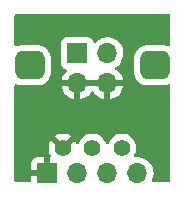
<source format=gbr>
%TF.GenerationSoftware,KiCad,Pcbnew,(6.0.2-0)*%
%TF.CreationDate,2022-02-24T16:38:30+09:00*%
%TF.ProjectId,PodForBreadboard,506f6446-6f72-4427-9265-6164626f6172,rev?*%
%TF.SameCoordinates,Original*%
%TF.FileFunction,Copper,L2,Bot*%
%TF.FilePolarity,Positive*%
%FSLAX46Y46*%
G04 Gerber Fmt 4.6, Leading zero omitted, Abs format (unit mm)*
G04 Created by KiCad (PCBNEW (6.0.2-0)) date 2022-02-24 16:38:30*
%MOMM*%
%LPD*%
G01*
G04 APERTURE LIST*
G04 Aperture macros list*
%AMRoundRect*
0 Rectangle with rounded corners*
0 $1 Rounding radius*
0 $2 $3 $4 $5 $6 $7 $8 $9 X,Y pos of 4 corners*
0 Add a 4 corners polygon primitive as box body*
4,1,4,$2,$3,$4,$5,$6,$7,$8,$9,$2,$3,0*
0 Add four circle primitives for the rounded corners*
1,1,$1+$1,$2,$3*
1,1,$1+$1,$4,$5*
1,1,$1+$1,$6,$7*
1,1,$1+$1,$8,$9*
0 Add four rect primitives between the rounded corners*
20,1,$1+$1,$2,$3,$4,$5,0*
20,1,$1+$1,$4,$5,$6,$7,0*
20,1,$1+$1,$6,$7,$8,$9,0*
20,1,$1+$1,$8,$9,$2,$3,0*%
G04 Aperture macros list end*
%TA.AperFunction,ComponentPad*%
%ADD10RoundRect,0.600000X0.650000X-0.600000X0.650000X0.600000X-0.650000X0.600000X-0.650000X-0.600000X0*%
%TD*%
%TA.AperFunction,ComponentPad*%
%ADD11C,1.400000*%
%TD*%
%TA.AperFunction,ComponentPad*%
%ADD12R,1.700000X1.700000*%
%TD*%
%TA.AperFunction,ComponentPad*%
%ADD13O,1.700000X1.700000*%
%TD*%
G04 APERTURE END LIST*
D10*
%TO.P,RV1,*%
%TO.N,*%
X102650000Y-60706000D03*
X113250000Y-60706000D03*
D11*
%TO.P,RV1,1,1*%
%TO.N,GND*%
X105450000Y-67706000D03*
%TO.P,RV1,2,2*%
%TO.N,/2*%
X107950000Y-67706000D03*
%TO.P,RV1,3,3*%
%TO.N,VDD*%
X110450000Y-67706000D03*
%TD*%
D12*
%TO.P,J1,1,Pin_1*%
%TO.N,VDD*%
X106675000Y-59690000D03*
D13*
%TO.P,J1,2,Pin_2*%
%TO.N,GND*%
X106675000Y-62230000D03*
%TO.P,J1,3,Pin_3*%
%TO.N,VDD*%
X109215000Y-59690000D03*
%TO.P,J1,4,Pin_4*%
%TO.N,GND*%
X109215000Y-62230000D03*
%TD*%
D12*
%TO.P,J2,1,Pin_1*%
%TO.N,GND*%
X104140000Y-69850000D03*
D13*
%TO.P,J2,2,Pin_2*%
%TO.N,/2*%
X106680000Y-69850000D03*
%TO.P,J2,3,Pin_3*%
X109220000Y-69850000D03*
%TO.P,J2,4,Pin_4*%
%TO.N,VDD*%
X111760000Y-69850000D03*
%TD*%
%TA.AperFunction,Conductor*%
%TO.N,GND*%
G36*
X114496121Y-56408002D02*
G01*
X114542614Y-56461658D01*
X114554000Y-56514000D01*
X114554000Y-58989139D01*
X114533998Y-59057260D01*
X114480342Y-59103753D01*
X114410068Y-59113857D01*
X114378467Y-59104994D01*
X114238554Y-59045171D01*
X114031848Y-59000291D01*
X114024301Y-58999843D01*
X113986727Y-58997610D01*
X113986714Y-58997610D01*
X113984869Y-58997500D01*
X113267576Y-58997500D01*
X112515132Y-58997501D01*
X112513195Y-58997621D01*
X112513185Y-58997621D01*
X112482818Y-58999498D01*
X112466223Y-59000523D01*
X112461490Y-59001559D01*
X112461485Y-59001560D01*
X112279106Y-59041492D01*
X112259595Y-59045764D01*
X112065251Y-59129261D01*
X112060291Y-59132625D01*
X112060290Y-59132626D01*
X111896978Y-59243405D01*
X111890202Y-59248001D01*
X111740764Y-59397700D01*
X111737407Y-59402667D01*
X111737405Y-59402670D01*
X111625689Y-59567984D01*
X111625686Y-59567989D01*
X111622329Y-59572957D01*
X111539171Y-59767446D01*
X111494291Y-59974152D01*
X111494002Y-59979017D01*
X111491616Y-60019185D01*
X111491500Y-60021131D01*
X111491501Y-61390868D01*
X111494523Y-61439777D01*
X111495559Y-61444510D01*
X111495560Y-61444515D01*
X111519236Y-61552649D01*
X111539764Y-61646405D01*
X111623261Y-61840749D01*
X111626625Y-61845709D01*
X111626626Y-61845710D01*
X111737614Y-62009330D01*
X111742001Y-62015798D01*
X111891700Y-62165236D01*
X111896667Y-62168593D01*
X111896670Y-62168595D01*
X112061984Y-62280311D01*
X112061989Y-62280314D01*
X112066957Y-62283671D01*
X112072473Y-62286030D01*
X112072474Y-62286030D01*
X112121535Y-62307007D01*
X112261446Y-62366829D01*
X112468152Y-62411709D01*
X112473017Y-62411998D01*
X112513273Y-62414390D01*
X112513286Y-62414390D01*
X112515131Y-62414500D01*
X113232424Y-62414500D01*
X113984868Y-62414499D01*
X113986805Y-62414379D01*
X113986815Y-62414379D01*
X114017182Y-62412502D01*
X114033777Y-62411477D01*
X114038510Y-62410441D01*
X114038515Y-62410440D01*
X114234550Y-62367518D01*
X114234551Y-62367518D01*
X114240405Y-62366236D01*
X114378261Y-62307008D01*
X114448747Y-62298496D01*
X114512644Y-62329441D01*
X114549668Y-62390020D01*
X114554000Y-62422776D01*
X114554000Y-70486000D01*
X114533998Y-70554121D01*
X114480342Y-70600614D01*
X114428000Y-70612000D01*
X113101658Y-70612000D01*
X113033537Y-70591998D01*
X112987044Y-70538342D01*
X112976940Y-70468068D01*
X112988701Y-70430173D01*
X113025136Y-70356452D01*
X113027430Y-70351811D01*
X113092370Y-70138069D01*
X113121529Y-69916590D01*
X113123156Y-69850000D01*
X113104852Y-69627361D01*
X113050431Y-69410702D01*
X112961354Y-69205840D01*
X112840014Y-69018277D01*
X112689670Y-68853051D01*
X112685619Y-68849852D01*
X112685615Y-68849848D01*
X112518414Y-68717800D01*
X112518410Y-68717798D01*
X112514359Y-68714598D01*
X112318789Y-68606638D01*
X112313920Y-68604914D01*
X112313916Y-68604912D01*
X112113087Y-68533795D01*
X112113083Y-68533794D01*
X112108212Y-68532069D01*
X112103119Y-68531162D01*
X112103116Y-68531161D01*
X111893373Y-68493800D01*
X111893367Y-68493799D01*
X111888284Y-68492894D01*
X111814452Y-68491992D01*
X111670081Y-68490228D01*
X111670079Y-68490228D01*
X111664911Y-68490165D01*
X111652919Y-68492000D01*
X111630953Y-68495361D01*
X111560591Y-68485893D01*
X111506517Y-68439887D01*
X111485900Y-68371950D01*
X111501427Y-68312949D01*
X111500589Y-68312558D01*
X111502748Y-68307928D01*
X111586081Y-68129220D01*
X111587633Y-68125892D01*
X111587634Y-68125891D01*
X111589956Y-68120910D01*
X111601849Y-68076527D01*
X111643262Y-67921970D01*
X111643262Y-67921968D01*
X111644686Y-67916655D01*
X111663116Y-67706000D01*
X111644686Y-67495345D01*
X111602007Y-67336066D01*
X111591379Y-67296400D01*
X111591378Y-67296398D01*
X111589956Y-67291090D01*
X111587633Y-67286108D01*
X111502912Y-67104423D01*
X111502910Y-67104420D01*
X111500589Y-67099442D01*
X111379301Y-66926224D01*
X111229776Y-66776699D01*
X111056558Y-66655411D01*
X111051580Y-66653090D01*
X111051577Y-66653088D01*
X110869892Y-66568367D01*
X110869891Y-66568366D01*
X110864910Y-66566044D01*
X110859602Y-66564622D01*
X110859600Y-66564621D01*
X110665970Y-66512738D01*
X110665968Y-66512738D01*
X110660655Y-66511314D01*
X110450000Y-66492884D01*
X110239345Y-66511314D01*
X110234032Y-66512738D01*
X110234030Y-66512738D01*
X110040400Y-66564621D01*
X110040398Y-66564622D01*
X110035090Y-66566044D01*
X110030109Y-66568366D01*
X110030108Y-66568367D01*
X109848423Y-66653088D01*
X109848420Y-66653090D01*
X109843442Y-66655411D01*
X109670224Y-66776699D01*
X109520699Y-66926224D01*
X109399411Y-67099442D01*
X109397090Y-67104420D01*
X109397088Y-67104423D01*
X109314195Y-67282188D01*
X109267278Y-67335473D01*
X109199000Y-67354934D01*
X109131040Y-67334392D01*
X109085805Y-67282188D01*
X109002912Y-67104423D01*
X109002910Y-67104420D01*
X109000589Y-67099442D01*
X108879301Y-66926224D01*
X108729776Y-66776699D01*
X108556558Y-66655411D01*
X108551580Y-66653090D01*
X108551577Y-66653088D01*
X108369892Y-66568367D01*
X108369891Y-66568366D01*
X108364910Y-66566044D01*
X108359602Y-66564622D01*
X108359600Y-66564621D01*
X108165970Y-66512738D01*
X108165968Y-66512738D01*
X108160655Y-66511314D01*
X107950000Y-66492884D01*
X107739345Y-66511314D01*
X107734032Y-66512738D01*
X107734030Y-66512738D01*
X107540400Y-66564621D01*
X107540398Y-66564622D01*
X107535090Y-66566044D01*
X107530109Y-66568366D01*
X107530108Y-66568367D01*
X107348423Y-66653088D01*
X107348420Y-66653090D01*
X107343442Y-66655411D01*
X107170224Y-66776699D01*
X107020699Y-66926224D01*
X106899411Y-67099442D01*
X106814196Y-67282188D01*
X106813919Y-67282781D01*
X106767002Y-67336066D01*
X106698725Y-67355527D01*
X106630765Y-67334985D01*
X106585529Y-67282780D01*
X106502479Y-67104677D01*
X106497001Y-67095189D01*
X106475689Y-67064752D01*
X106465212Y-67056377D01*
X106451764Y-67063446D01*
X105539095Y-67976115D01*
X105476783Y-68010141D01*
X105405968Y-68005076D01*
X105360905Y-67976115D01*
X104447514Y-67062724D01*
X104435739Y-67056294D01*
X104423724Y-67065590D01*
X104402999Y-67095189D01*
X104397521Y-67104677D01*
X104312841Y-67286277D01*
X104309093Y-67296571D01*
X104257231Y-67490122D01*
X104255329Y-67500909D01*
X104237865Y-67700525D01*
X104237865Y-67711475D01*
X104255329Y-67911091D01*
X104257231Y-67921878D01*
X104309093Y-68115429D01*
X104312841Y-68125723D01*
X104397521Y-68307323D01*
X104402999Y-68316812D01*
X104413467Y-68331761D01*
X104436156Y-68399034D01*
X104418872Y-68467895D01*
X104405480Y-68486545D01*
X104395671Y-68497865D01*
X104394000Y-68505548D01*
X104394000Y-69978000D01*
X104373998Y-70046121D01*
X104320342Y-70092614D01*
X104268000Y-70104000D01*
X102800116Y-70104000D01*
X102784877Y-70108475D01*
X102783672Y-70109865D01*
X102782001Y-70117548D01*
X102782001Y-70486000D01*
X102761999Y-70554121D01*
X102708343Y-70600614D01*
X102656001Y-70612000D01*
X101472000Y-70612000D01*
X101403879Y-70591998D01*
X101357386Y-70538342D01*
X101346000Y-70486000D01*
X101346000Y-69577885D01*
X102782000Y-69577885D01*
X102786475Y-69593124D01*
X102787865Y-69594329D01*
X102795548Y-69596000D01*
X103867885Y-69596000D01*
X103883124Y-69591525D01*
X103884329Y-69590135D01*
X103886000Y-69582452D01*
X103886000Y-68510115D01*
X103881525Y-68494876D01*
X103880135Y-68493671D01*
X103872452Y-68492000D01*
X103245331Y-68492001D01*
X103238510Y-68492371D01*
X103187648Y-68497895D01*
X103172396Y-68501521D01*
X103051946Y-68546676D01*
X103036351Y-68555214D01*
X102934276Y-68631715D01*
X102921715Y-68644276D01*
X102845214Y-68746351D01*
X102836676Y-68761946D01*
X102791522Y-68882394D01*
X102787895Y-68897649D01*
X102782369Y-68948514D01*
X102782000Y-68955328D01*
X102782000Y-69577885D01*
X101346000Y-69577885D01*
X101346000Y-66690788D01*
X104800377Y-66690788D01*
X104807446Y-66704236D01*
X105437188Y-67333978D01*
X105451132Y-67341592D01*
X105452965Y-67341461D01*
X105459580Y-67337210D01*
X106093276Y-66703514D01*
X106099706Y-66691739D01*
X106090410Y-66679724D01*
X106060811Y-66658999D01*
X106051323Y-66653521D01*
X105869723Y-66568841D01*
X105859429Y-66565093D01*
X105665878Y-66513231D01*
X105655091Y-66511329D01*
X105455475Y-66493865D01*
X105444525Y-66493865D01*
X105244909Y-66511329D01*
X105234122Y-66513231D01*
X105040571Y-66565093D01*
X105030277Y-66568841D01*
X104848677Y-66653521D01*
X104839189Y-66658999D01*
X104808752Y-66680311D01*
X104800377Y-66690788D01*
X101346000Y-66690788D01*
X101346000Y-62497966D01*
X105343257Y-62497966D01*
X105373565Y-62632446D01*
X105376645Y-62642275D01*
X105456770Y-62839603D01*
X105461413Y-62848794D01*
X105572694Y-63030388D01*
X105578777Y-63038699D01*
X105718213Y-63199667D01*
X105725580Y-63206883D01*
X105889434Y-63342916D01*
X105897881Y-63348831D01*
X106081756Y-63456279D01*
X106091042Y-63460729D01*
X106290001Y-63536703D01*
X106299899Y-63539579D01*
X106403250Y-63560606D01*
X106417299Y-63559410D01*
X106421000Y-63549065D01*
X106421000Y-63548517D01*
X106929000Y-63548517D01*
X106933064Y-63562359D01*
X106946478Y-63564393D01*
X106953184Y-63563534D01*
X106963262Y-63561392D01*
X107167255Y-63500191D01*
X107176842Y-63496433D01*
X107368095Y-63402739D01*
X107376945Y-63397464D01*
X107550328Y-63273792D01*
X107558200Y-63267139D01*
X107709052Y-63116812D01*
X107715730Y-63108965D01*
X107843022Y-62931819D01*
X107844147Y-62932627D01*
X107891669Y-62888876D01*
X107961607Y-62876661D01*
X108027046Y-62904197D01*
X108054870Y-62936028D01*
X108112690Y-63030383D01*
X108118777Y-63038699D01*
X108258213Y-63199667D01*
X108265580Y-63206883D01*
X108429434Y-63342916D01*
X108437881Y-63348831D01*
X108621756Y-63456279D01*
X108631042Y-63460729D01*
X108830001Y-63536703D01*
X108839899Y-63539579D01*
X108943250Y-63560606D01*
X108957299Y-63559410D01*
X108961000Y-63549065D01*
X108961000Y-63548517D01*
X109469000Y-63548517D01*
X109473064Y-63562359D01*
X109486478Y-63564393D01*
X109493184Y-63563534D01*
X109503262Y-63561392D01*
X109707255Y-63500191D01*
X109716842Y-63496433D01*
X109908095Y-63402739D01*
X109916945Y-63397464D01*
X110090328Y-63273792D01*
X110098200Y-63267139D01*
X110249052Y-63116812D01*
X110255730Y-63108965D01*
X110380003Y-62936020D01*
X110385313Y-62927183D01*
X110479670Y-62736267D01*
X110483469Y-62726672D01*
X110545377Y-62522910D01*
X110547555Y-62512837D01*
X110548986Y-62501962D01*
X110546775Y-62487778D01*
X110533617Y-62484000D01*
X109487115Y-62484000D01*
X109471876Y-62488475D01*
X109470671Y-62489865D01*
X109469000Y-62497548D01*
X109469000Y-63548517D01*
X108961000Y-63548517D01*
X108961000Y-62502115D01*
X108956525Y-62486876D01*
X108955135Y-62485671D01*
X108947452Y-62484000D01*
X106947115Y-62484000D01*
X106931876Y-62488475D01*
X106930671Y-62489865D01*
X106929000Y-62497548D01*
X106929000Y-63548517D01*
X106421000Y-63548517D01*
X106421000Y-62502115D01*
X106416525Y-62486876D01*
X106415135Y-62485671D01*
X106407452Y-62484000D01*
X105358225Y-62484000D01*
X105344694Y-62487973D01*
X105343257Y-62497966D01*
X101346000Y-62497966D01*
X101346000Y-62422861D01*
X101366002Y-62354740D01*
X101419658Y-62308247D01*
X101489932Y-62298143D01*
X101521533Y-62307006D01*
X101661446Y-62366829D01*
X101868152Y-62411709D01*
X101873017Y-62411998D01*
X101913273Y-62414390D01*
X101913286Y-62414390D01*
X101915131Y-62414500D01*
X102632424Y-62414500D01*
X103384868Y-62414499D01*
X103386805Y-62414379D01*
X103386815Y-62414379D01*
X103417182Y-62412502D01*
X103433777Y-62411477D01*
X103438510Y-62410441D01*
X103438515Y-62410440D01*
X103634550Y-62367518D01*
X103634551Y-62367518D01*
X103640405Y-62366236D01*
X103834749Y-62282739D01*
X103954000Y-62201848D01*
X104004839Y-62167363D01*
X104004840Y-62167362D01*
X104009798Y-62163999D01*
X104159236Y-62014300D01*
X104162595Y-62009330D01*
X104274311Y-61844016D01*
X104274314Y-61844011D01*
X104277671Y-61839043D01*
X104360829Y-61644554D01*
X104405709Y-61437848D01*
X104408269Y-61394757D01*
X104408390Y-61392727D01*
X104408390Y-61392714D01*
X104408500Y-61390869D01*
X104408499Y-60588134D01*
X105316500Y-60588134D01*
X105323255Y-60650316D01*
X105374385Y-60786705D01*
X105461739Y-60903261D01*
X105578295Y-60990615D01*
X105586704Y-60993767D01*
X105586705Y-60993768D01*
X105695960Y-61034726D01*
X105752725Y-61077367D01*
X105777425Y-61143929D01*
X105762218Y-61213278D01*
X105742825Y-61239759D01*
X105619590Y-61368717D01*
X105613104Y-61376727D01*
X105493098Y-61552649D01*
X105488000Y-61561623D01*
X105398338Y-61754783D01*
X105394775Y-61764470D01*
X105339389Y-61964183D01*
X105340912Y-61972607D01*
X105353292Y-61976000D01*
X110533344Y-61976000D01*
X110546875Y-61972027D01*
X110548180Y-61962947D01*
X110506214Y-61795875D01*
X110502894Y-61786124D01*
X110417972Y-61590814D01*
X110413105Y-61581739D01*
X110297426Y-61402926D01*
X110291136Y-61394757D01*
X110147806Y-61237240D01*
X110140273Y-61230215D01*
X109973139Y-61098222D01*
X109964556Y-61092520D01*
X109927602Y-61072120D01*
X109877631Y-61021687D01*
X109862859Y-60952245D01*
X109887975Y-60885839D01*
X109915327Y-60859232D01*
X109938797Y-60842491D01*
X110094860Y-60731173D01*
X110253096Y-60573489D01*
X110383453Y-60392077D01*
X110482430Y-60191811D01*
X110533723Y-60022988D01*
X110545865Y-59983023D01*
X110545865Y-59983021D01*
X110547370Y-59978069D01*
X110576529Y-59756590D01*
X110578156Y-59690000D01*
X110559852Y-59467361D01*
X110505431Y-59250702D01*
X110416354Y-59045840D01*
X110295014Y-58858277D01*
X110144670Y-58693051D01*
X110140619Y-58689852D01*
X110140615Y-58689848D01*
X109973414Y-58557800D01*
X109973410Y-58557798D01*
X109969359Y-58554598D01*
X109773789Y-58446638D01*
X109768920Y-58444914D01*
X109768916Y-58444912D01*
X109568087Y-58373795D01*
X109568083Y-58373794D01*
X109563212Y-58372069D01*
X109558119Y-58371162D01*
X109558116Y-58371161D01*
X109348373Y-58333800D01*
X109348367Y-58333799D01*
X109343284Y-58332894D01*
X109269452Y-58331992D01*
X109125081Y-58330228D01*
X109125079Y-58330228D01*
X109119911Y-58330165D01*
X108899091Y-58363955D01*
X108686756Y-58433357D01*
X108488607Y-58536507D01*
X108484474Y-58539610D01*
X108484471Y-58539612D01*
X108314100Y-58667530D01*
X108309965Y-58670635D01*
X108253537Y-58729684D01*
X108229283Y-58755064D01*
X108167759Y-58790494D01*
X108096846Y-58787037D01*
X108039060Y-58745791D01*
X108020207Y-58712243D01*
X107978767Y-58601703D01*
X107975615Y-58593295D01*
X107888261Y-58476739D01*
X107771705Y-58389385D01*
X107635316Y-58338255D01*
X107573134Y-58331500D01*
X105776866Y-58331500D01*
X105714684Y-58338255D01*
X105578295Y-58389385D01*
X105461739Y-58476739D01*
X105374385Y-58593295D01*
X105323255Y-58729684D01*
X105316500Y-58791866D01*
X105316500Y-60588134D01*
X104408499Y-60588134D01*
X104408499Y-60021132D01*
X104405477Y-59972223D01*
X104360236Y-59765595D01*
X104276739Y-59571251D01*
X104206268Y-59467361D01*
X104161363Y-59401161D01*
X104161362Y-59401160D01*
X104157999Y-59396202D01*
X104008300Y-59246764D01*
X104003333Y-59243407D01*
X104003330Y-59243405D01*
X103838016Y-59131689D01*
X103838011Y-59131686D01*
X103833043Y-59128329D01*
X103798371Y-59113504D01*
X103775565Y-59103753D01*
X103638554Y-59045171D01*
X103431848Y-59000291D01*
X103424301Y-58999843D01*
X103386727Y-58997610D01*
X103386714Y-58997610D01*
X103384869Y-58997500D01*
X102667576Y-58997500D01*
X101915132Y-58997501D01*
X101913195Y-58997621D01*
X101913185Y-58997621D01*
X101882818Y-58999498D01*
X101866223Y-59000523D01*
X101861490Y-59001559D01*
X101861485Y-59001560D01*
X101679106Y-59041492D01*
X101659595Y-59045764D01*
X101576437Y-59081492D01*
X101521738Y-59104992D01*
X101451253Y-59113504D01*
X101387356Y-59082559D01*
X101350332Y-59021980D01*
X101346000Y-58989224D01*
X101346000Y-56514000D01*
X101366002Y-56445879D01*
X101419658Y-56399386D01*
X101472000Y-56388000D01*
X114428000Y-56388000D01*
X114496121Y-56408002D01*
G37*
%TD.AperFunction*%
%TD*%
M02*

</source>
